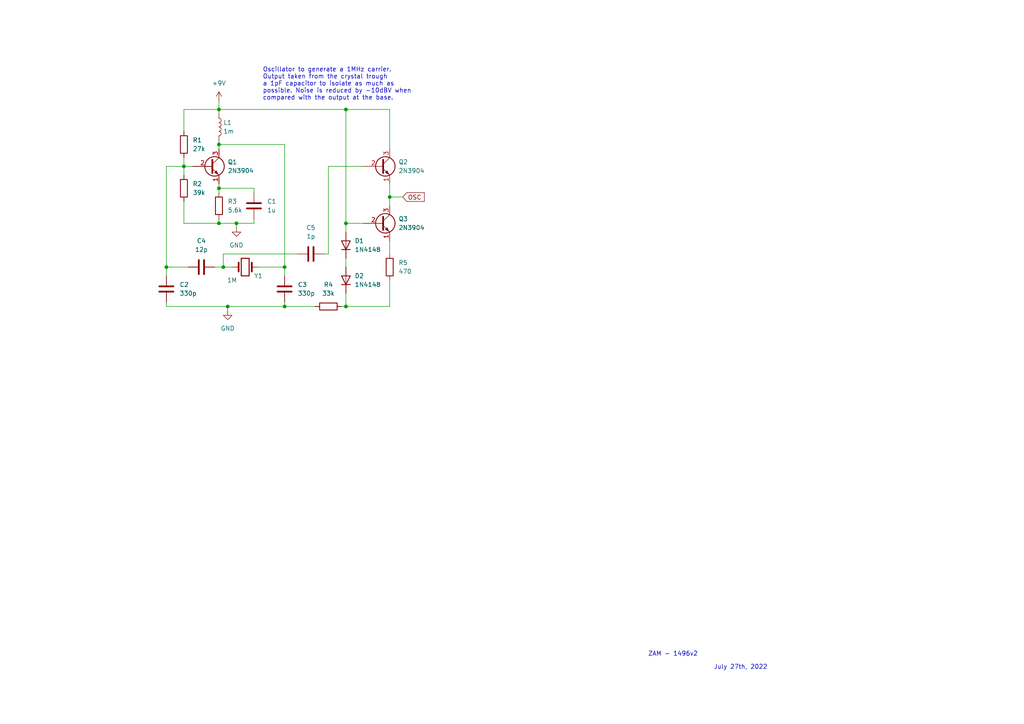
<source format=kicad_sch>
(kicad_sch (version 20211123) (generator eeschema)
  (paper "A4")
  (lib_symbols
    (symbol "Device:C" (pin_numbers hide) (pin_names (offset 0.254))
      (property "Reference" "C" (at 0.635 2.54 0))
      (property "Value" "C" (at 0.635 -2.54 0))
      (symbol "C_0_1"
        (polyline (pts (xy -2.032 -0.762) (xy 2.032 -0.762)) (stroke (width 0.508)))
        (polyline (pts (xy -2.032 0.762) (xy 2.032 0.762)) (stroke (width 0.508)))
      )
      (symbol "C_1_1"
        (pin passive line (at 0 3.81 270) (length 2.794) (name "~") (number "1"))
        (pin passive line (at 0 -3.81 90) (length 2.794) (name "~") (number "2"))
      )
    )
    (symbol "Device:Crystal" (pin_numbers hide) (pin_names (offset 1.016) hide)
      (property "Reference" "Y" (at 0 3.81 0))
      (property "Value" "Crystal" (at 0 -3.81 0))
      (symbol "Crystal_0_1"
        (rectangle (start -1.143 2.54) (end 1.143 -2.54) (stroke (width 0.3048)))
        (polyline (pts (xy -2.54 0) (xy -1.905 0)))
        (polyline (pts (xy -1.905 -1.27) (xy -1.905 1.27)) (stroke (width 0.508)))
        (polyline (pts (xy 1.905 -1.27) (xy 1.905 1.27)) (stroke (width 0.508)))
        (polyline (pts (xy 2.54 0) (xy 1.905 0)))
      )
      (symbol "Crystal_1_1"
        (pin passive line (at -3.81 0 0) (length 1.27) (name "1") (number "1"))
        (pin passive line (at 3.81 0 180) (length 1.27) (name "2") (number "2"))
      )
    )
    (symbol "Device:L" (pin_numbers hide) (pin_names (offset 1.016) hide)
      (property "Reference" "L" (at -1.27 0 90))
      (property "Value" "L" (at 1.905 0 90))
      (symbol "L_0_1"
        (arc (start 0 -2.54) (mid 0.635 -1.905) (end 0 -1.27))
        (arc (start 0 -1.27) (mid 0.635 -0.635) (end 0 0))
        (arc (start 0 0) (mid 0.635 0.635) (end 0 1.27))
        (arc (start 0 1.27) (mid 0.635 1.905) (end 0 2.54))
      )
      (symbol "L_1_1"
        (pin passive line (at 0 3.81 270) (length 1.27) (name "1") (number "1"))
        (pin passive line (at 0 -3.81 90) (length 1.27) (name "2") (number "2"))
      )
    )
    (symbol "Device:R" (pin_numbers hide) (pin_names (offset 0))
      (property "Reference" "R" (at 2.032 0 90))
      (property "Value" "R" (at 0 0 90))
      (symbol "R_0_1"
        (rectangle (start -1.016 -2.54) (end 1.016 2.54) (stroke (width 0.254)))
      )
      (symbol "R_1_1"
        (pin passive line (at 0 3.81 270) (length 1.27) (name "~") (number "1"))
        (pin passive line (at 0 -3.81 90) (length 1.27) (name "~") (number "2"))
      )
    )
    (symbol "Diode:1N4148" (pin_numbers hide) (pin_names (offset 1.016) hide)
      (property "Reference" "D" (at 0 2.54 0))
      (property "Value" "1N4148" (at 0 -2.54 0))
      (symbol "1N4148_0_1"
        (polyline (pts (xy -1.27 1.27) (xy -1.27 -1.27)) (stroke (width 0.254)))
        (polyline (pts (xy 1.27 0) (xy -1.27 0)))
        (polyline (pts (xy 1.27 1.27) (xy 1.27 -1.27) (xy -1.27 0) (xy 1.27 1.27)) (stroke (width 0.254)))
      )
      (symbol "1N4148_1_1"
        (pin passive line (at -3.81 0 0) (length 2.54) (name "K") (number "1"))
        (pin passive line (at 3.81 0 180) (length 2.54) (name "A") (number "2"))
      )
    )
    (symbol "Transistor_BJT:2N3904" (pin_names (offset 0) hide)
      (property "Reference" "Q" (at 5.08 1.905 0))
      (property "Value" "2N3904" (at 5.08 0 0))
      (symbol "2N3904_0_1"
        (polyline (pts (xy 0.635 0.635) (xy 2.54 2.54)))
        (polyline (pts (xy 0.635 -0.635) (xy 2.54 -2.54) (xy 2.54 -2.54)))
        (polyline (pts (xy 0.635 1.905) (xy 0.635 -1.905) (xy 0.635 -1.905)) (stroke (width 0.508)))
        (polyline (pts (xy 1.27 -1.778) (xy 1.778 -1.27) (xy 2.286 -2.286) (xy 1.27 -1.778) (xy 1.27 -1.778)) (fill (type outline)))
        (circle (center 1.27 0) (radius 2.8194) (stroke (width 0.254)))
      )
      (symbol "2N3904_1_1"
        (pin passive line (at 2.54 -5.08 90) (length 2.54) (name "E") (number "1"))
        (pin passive line (at -5.08 0 0) (length 5.715) (name "B") (number "2"))
        (pin passive line (at 2.54 5.08 270) (length 2.54) (name "C") (number "3"))
      )
    )
    (symbol "power:+9V" (power) (pin_names (offset 0))
      (property "Value" "+9V" (at 0 3.556 0))
      (symbol "+9V_0_1"
        (polyline (pts (xy -0.762 1.27) (xy 0 2.54)))
        (polyline (pts (xy 0 0) (xy 0 2.54)))
        (polyline (pts (xy 0 2.54) (xy 0.762 1.27)))
      )
      (symbol "+9V_1_1"
        (pin power_in line (at 0 0 90) (length 0) hide (name "+9V") (number "1"))
      )
    )
    (symbol "power:GND" (power) (pin_names (offset 0))
      (property "Value" "GND" (at 0 -3.81 0))
      (symbol "GND_0_1"
        (polyline (pts (xy 0 0) (xy 0 -1.27) (xy 1.27 -1.27) (xy 0 -2.54) (xy -1.27 -1.27) (xy 0 -1.27)))
      )
      (symbol "GND_1_1"
        (pin power_in line (at 0 0 270) (length 0) hide (name "GND") (number "1"))
      )
    )
  )
  (junction (at 63.5 41.91))
  (junction (at 64.77 77.47))
  (junction (at 100.33 64.77))
  (junction (at 100.33 88.9))
  (junction (at 113.03 57.15))
  (junction (at 68.58 64.77))
  (junction (at 63.5 64.77))
  (junction (at 53.34 48.26))
  (junction (at 82.55 88.9))
  (junction (at 63.5 54.61))
  (junction (at 63.5 31.75))
  (junction (at 66.04 88.9))
  (junction (at 82.55 77.47))
  (junction (at 48.26 77.47))
  (junction (at 100.33 31.75))
  (wire (pts (xy 113.03 57.15) (xy 113.03 59.69)))
  (wire (pts (xy 63.5 41.91) (xy 63.5 43.18)))
  (wire (pts (xy 48.26 77.47) (xy 54.61 77.47)))
  (wire (pts (xy 113.03 81.28) (xy 113.03 88.9)))
  (wire (pts (xy 68.58 64.77) (xy 73.66 64.77)))
  (wire (pts (xy 93.98 73.66) (xy 95.25 73.66)))
  (wire (pts (xy 63.5 41.91) (xy 82.55 41.91)))
  (wire (pts (xy 48.26 77.47) (xy 48.26 48.26)))
  (wire (pts (xy 100.33 31.75) (xy 100.33 64.77)))
  (wire (pts (xy 100.33 74.93) (xy 100.33 77.47)))
  (wire (pts (xy 113.03 43.18) (xy 113.03 31.75)))
  (wire (pts (xy 95.25 48.26) (xy 105.41 48.26)))
  (wire (pts (xy 74.93 77.47) (xy 82.55 77.47)))
  (wire (pts (xy 100.33 67.31) (xy 100.33 64.77)))
  (wire (pts (xy 48.26 80.01) (xy 48.26 77.47)))
  (wire (pts (xy 82.55 88.9) (xy 91.44 88.9)))
  (wire (pts (xy 63.5 29.21) (xy 63.5 31.75)))
  (wire (pts (xy 113.03 88.9) (xy 100.33 88.9)))
  (wire (pts (xy 82.55 87.63) (xy 82.55 88.9)))
  (wire (pts (xy 113.03 53.34) (xy 113.03 57.15)))
  (wire (pts (xy 55.88 48.26) (xy 53.34 48.26)))
  (wire (pts (xy 95.25 73.66) (xy 95.25 48.26)))
  (wire (pts (xy 63.5 63.5) (xy 63.5 64.77)))
  (wire (pts (xy 63.5 64.77) (xy 68.58 64.77)))
  (wire (pts (xy 68.58 64.77) (xy 68.58 66.04)))
  (wire (pts (xy 53.34 38.1) (xy 53.34 31.75)))
  (wire (pts (xy 100.33 31.75) (xy 63.5 31.75)))
  (wire (pts (xy 64.77 73.66) (xy 64.77 77.47)))
  (wire (pts (xy 66.04 90.17) (xy 66.04 88.9)))
  (wire (pts (xy 82.55 80.01) (xy 82.55 77.47)))
  (wire (pts (xy 53.34 48.26) (xy 53.34 50.8)))
  (wire (pts (xy 64.77 77.47) (xy 67.31 77.47)))
  (wire (pts (xy 113.03 69.85) (xy 113.03 73.66)))
  (wire (pts (xy 73.66 55.88) (xy 73.66 54.61)))
  (wire (pts (xy 63.5 54.61) (xy 63.5 55.88)))
  (wire (pts (xy 66.04 88.9) (xy 48.26 88.9)))
  (wire (pts (xy 53.34 64.77) (xy 63.5 64.77)))
  (wire (pts (xy 62.23 77.47) (xy 64.77 77.47)))
  (wire (pts (xy 53.34 45.72) (xy 53.34 48.26)))
  (wire (pts (xy 63.5 40.64) (xy 63.5 41.91)))
  (wire (pts (xy 113.03 31.75) (xy 100.33 31.75)))
  (wire (pts (xy 63.5 53.34) (xy 63.5 54.61)))
  (wire (pts (xy 113.03 57.15) (xy 116.84 57.15)))
  (wire (pts (xy 99.06 88.9) (xy 100.33 88.9)))
  (wire (pts (xy 73.66 54.61) (xy 63.5 54.61)))
  (wire (pts (xy 53.34 31.75) (xy 63.5 31.75)))
  (wire (pts (xy 63.5 31.75) (xy 63.5 33.02)))
  (wire (pts (xy 100.33 64.77) (xy 105.41 64.77)))
  (wire (pts (xy 100.33 85.09) (xy 100.33 88.9)))
  (wire (pts (xy 86.36 73.66) (xy 64.77 73.66)))
  (wire (pts (xy 48.26 88.9) (xy 48.26 87.63)))
  (wire (pts (xy 82.55 77.47) (xy 82.55 41.91)))
  (wire (pts (xy 66.04 88.9) (xy 82.55 88.9)))
  (wire (pts (xy 48.26 48.26) (xy 53.34 48.26)))
  (wire (pts (xy 53.34 58.42) (xy 53.34 64.77)))
  (wire (pts (xy 73.66 63.5) (xy 73.66 64.77)))
  (text "ZAM - 1496v2" (at 187.96 190.5 0) (effects (font (size 1.27 1.27)) (justify left bottom)))
  (text "July 27th, 2022" (at 207.01 194.31 0) (effects (font (size 1.27 1.27)) (justify left bottom)))
  (text "Oscillator to generate a 1MHz carrier.\nOutput taken from the crystal trough\na 1pF capacitor to isolate as much as\npossible. Noise is reduced by -10dBV when\ncompared with the output at the base." (at 76.2 29.21 0) (effects (font (size 1.27 1.27)) (justify left bottom)))
  (global_label "OSC" (shape input) (at 116.84 57.15 0) (property "Intersheet References" "${INTERSHEET_REFS}" (effects hide)))
  (symbol (lib_id "Diode:1N4148") (at 100.33 81.28 90) (unit 1)
    (property "Reference" "D2" (at 102.87 80.0099 90) (effects (justify right)))
    (property "Value" "1N4148" (at 102.87 82.5499 90) (effects (justify right)))
    (property "Footprint" "Diode_THT:D_DO-35_SOD27_P7.62mm_Horizontal" (effects hide))
    (property "Datasheet" "https://assets.nexperia.com/documents/data-sheet/1N4148_1N4448.pdf" (effects hide))
  )
  (symbol (lib_id "Device:C") (at 48.26 83.82 0) (unit 1)
    (property "Reference" "C2" (at 52.07 82.5499 0) (effects (justify left)))
    (property "Value" "330p" (at 52.07 85.0899 0) (effects (justify left)))
  )
  (symbol (lib_id "Device:C") (at 82.55 83.82 0) (unit 1)
    (property "Reference" "C3" (at 86.36 82.5499 0) (effects (justify left)))
    (property "Value" "330p" (at 86.36 85.0899 0) (effects (justify left)))
  )
  (symbol (lib_id "power:+9V") (at 63.5 29.21 0) (unit 1)
    (property "Reference" "#PWR?" (effects hide))
    (property "Value" "+9V" (at 63.5 24.13 0))
  )
  (symbol (lib_id "Transistor_BJT:2N3904") (at 110.49 48.26 0) (unit 1)
    (property "Reference" "Q2" (at 115.57 46.9899 0) (effects (justify left)))
    (property "Value" "2N3904" (at 115.57 49.5299 0) (effects (justify left)))
    (property "Footprint" "Package_TO_SOT_THT:TO-92_Inline" (effects hide))
    (property "Datasheet" "https://www.onsemi.com/pub/Collateral/2N3903-D.PDF" (effects hide))
  )
  (symbol (lib_id "Device:R") (at 53.34 41.91 180) (unit 1)
    (property "Reference" "R1" (at 55.88 40.6399 0) (effects (justify right)))
    (property "Value" "27k" (at 55.88 43.1799 0) (effects (justify right)))
  )
  (symbol (lib_id "power:GND") (at 66.04 90.17 0) (unit 1)
    (property "Reference" "#PWR?" (effects hide))
    (property "Value" "GND" (at 66.04 95.25 0))
  )
  (symbol (lib_id "Device:R") (at 113.03 77.47 0) (unit 1)
    (property "Reference" "R5" (at 115.57 76.1999 0) (effects (justify left)))
    (property "Value" "470" (at 115.57 78.7399 0) (effects (justify left)))
  )
  (symbol (lib_id "Device:C") (at 58.42 77.47 90) (unit 1)
    (property "Reference" "C4" (at 58.42 69.85 90))
    (property "Value" "12p" (at 58.42 72.39 90))
  )
  (symbol (lib_id "Device:R") (at 53.34 54.61 0) (unit 1)
    (property "Reference" "R2" (at 55.88 53.3399 0) (effects (justify left)))
    (property "Value" "39k" (at 55.88 55.8799 0) (effects (justify left)))
  )
  (symbol (lib_id "Device:L") (at 63.5 36.83 0) (unit 1)
    (property "Reference" "L1" (at 64.77 35.5599 0) (effects (justify left)))
    (property "Value" "1m" (at 64.77 38.0999 0) (effects (justify left)))
  )
  (symbol (lib_id "Device:C") (at 90.17 73.66 90) (unit 1)
    (property "Reference" "C5" (at 90.17 66.04 90))
    (property "Value" "1p" (at 90.17 68.58 90))
  )
  (symbol (lib_id "Device:C") (at 73.66 59.69 0) (unit 1)
    (property "Reference" "C1" (at 77.47 58.4199 0) (effects (justify left)))
    (property "Value" "1u" (at 77.47 60.9599 0) (effects (justify left)))
  )
  (symbol (lib_id "Transistor_BJT:2N3904") (at 60.96 48.26 0) (unit 1)
    (property "Reference" "Q1" (at 66.04 46.9899 0) (effects (justify left)))
    (property "Value" "2N3904" (at 66.04 49.5299 0) (effects (justify left)))
    (property "Footprint" "Package_TO_SOT_THT:TO-92_Inline" (effects hide))
    (property "Datasheet" "https://www.onsemi.com/pub/Collateral/2N3903-D.PDF" (effects hide))
  )
  (symbol (lib_id "Device:R") (at 95.25 88.9 90) (unit 1)
    (property "Reference" "R4" (at 95.25 82.55 90))
    (property "Value" "33k" (at 95.25 85.09 90))
  )
  (symbol (lib_id "Transistor_BJT:2N3904") (at 110.49 64.77 0) (unit 1)
    (property "Reference" "Q3" (at 115.57 63.4999 0) (effects (justify left)))
    (property "Value" "2N3904" (at 115.57 66.0399 0) (effects (justify left)))
    (property "Footprint" "Package_TO_SOT_THT:TO-92_Inline" (effects hide))
    (property "Datasheet" "https://www.onsemi.com/pub/Collateral/2N3903-D.PDF" (effects hide))
  )
  (symbol (lib_id "power:GND") (at 68.58 66.04 0) (unit 1)
    (property "Reference" "#PWR?" (effects hide))
    (property "Value" "GND" (at 68.58 71.12 0))
  )
  (symbol (lib_id "Device:Crystal") (at 71.12 77.47 180) (unit 1)
    (property "Reference" "Y1" (at 74.93 80.01 0))
    (property "Value" "1M" (at 67.31 81.28 0))
  )
  (symbol (lib_id "Diode:1N4148") (at 100.33 71.12 90) (unit 1)
    (property "Reference" "D1" (at 102.87 69.8499 90) (effects (justify right)))
    (property "Value" "1N4148" (at 102.87 72.3899 90) (effects (justify right)))
    (property "Footprint" "Diode_THT:D_DO-35_SOD27_P7.62mm_Horizontal" (effects hide))
    (property "Datasheet" "https://assets.nexperia.com/documents/data-sheet/1N4148_1N4448.pdf" (effects hide))
  )
  (symbol (lib_id "Device:R") (at 63.5 59.69 180) (unit 1)
    (property "Reference" "R3" (at 66.04 58.4199 0) (effects (justify right)))
    (property "Value" "5.6k" (at 66.04 60.9599 0) (effects (justify right)))
  )
)
</source>
